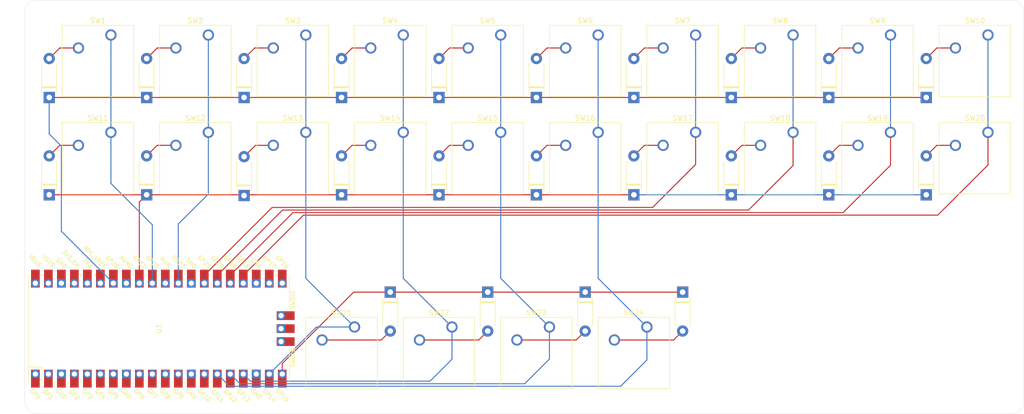
<source format=kicad_pcb>
(kicad_pcb (version 20221018) (generator pcbnew)
  (layers (0 "F.Cu" signal) (31 "B.Cu" signal) (34 "B.Paste" user) (35 "F.Paste" user) (36 "B.SilkS" user "B.Silkscreen") (37 "F.SilkS" user "F.Silkscreen") (38 "B.Mask" user) (39 "F.Mask" user) (44 "Edge.Cuts" user))
  (net 0 "")
  (net 1 "R1")
  (net 2 "Net-(D1-A)")
  (net 3 "Net-(D2-A)")
  (net 4 "Net-(D3-A)")
  (net 5 "Net-(D4-A)")
  (net 6 "Net-(D5-A)")
  (net 7 "Net-(D6-A)")
  (net 8 "Net-(D7-A)")
  (net 9 "Net-(D8-A)")
  (net 10 "Net-(D9-A)")
  (net 11 "Net-(D10-A)")
  (net 12 "R2")
  (net 13 "Net-(D11-A)")
  (net 14 "Net-(D12-A)")
  (net 15 "Net-(D13-A)")
  (net 16 "Net-(D14-A)")
  (net 17 "Net-(D15-A)")
  (net 18 "Net-(D16-A)")
  (net 19 "Net-(D17-A)")
  (net 20 "Net-(D18-A)")
  (net 21 "Net-(D19-A)")
  (net 22 "Net-(D20-A)")
  (net 23 "R3")
  (net 24 "Net-(D21-A)")
  (net 25 "Net-(D22-A)")
  (net 26 "Net-(D23-A)")
  (net 27 "Net-(D24-A)")
  (net 28 "C1")
  (net 29 "C2")
  (net 30 "C3")
  (net 31 "C4")
  (net 32 "C5")
  (net 33 "C6")
  (net 34 "C7")
  (net 35 "C8")
  (net 36 "C9")
  (net 37 "C10")
  (footprint "Button_Switch_Keyboard:SW_Cherry_MX_1.00u_PCB" (layer "F.Cu") (at 202.565 23.495)
    (fp_text reference "SW10")
    (fp_text value "MX_Switch")
  )
  (footprint "Button_Switch_Keyboard:SW_Cherry_MX_1.00u_PCB" (layer "F.Cu") (at 31.115 42.545)
    (fp_text reference "SW11")
    (fp_text value "MX_Switch")
  )
  (footprint "Button_Switch_Keyboard:SW_Cherry_MX_1.00u_PCB" (layer "F.Cu") (at 50.165 23.495)
    (fp_text reference "SW2")
    (fp_text value "MX_Switch")
  )
  (footprint "Button_Switch_Keyboard:SW_Cherry_MX_1.00u_PCB" (layer "F.Cu") (at 164.465 42.545)
    (fp_text reference "SW18")
    (fp_text value "MX_Switch")
  )
  (footprint "Button_Switch_Keyboard:SW_Cherry_MX_1.00u_PCB" (layer "F.Cu") (at 69.215 23.495)
    (fp_text reference "SW3")
    (fp_text value "MX_Switch")
  )
  (footprint "MCU_RaspberryPi_and_Boards:RPi_Pico_SMD_TH" (layer "F.Cu") (at 40.48125 80.9625 90)
    (fp_text reference "U1")
    (fp_text value "Pico")
  )
  (footprint "Button_Switch_Keyboard:SW_Cherry_MX_1.00u_PCB" (layer "F.Cu") (at 88.265 23.495)
    (fp_text reference "SW4")
    (fp_text value "MX_Switch")
  )
  (footprint "Diode_THT:D_DO-41_SOD81_P7.62mm_Horizontal" (layer "F.Cu") (at 57.15 54.9275 90)
    (fp_text reference "D13" hide)
    (fp_text value "Diode")
  )
  (footprint "Diode_THT:D_DO-41_SOD81_P7.62mm_Horizontal" (layer "F.Cu") (at 38.1 35.71875 90)
    (fp_text reference "D2" hide)
    (fp_text value "Diode")
  )
  (footprint "Diode_THT:D_DO-41_SOD81_P7.62mm_Horizontal" (layer "F.Cu") (at 152.4 35.71875 90)
    (fp_text reference "D8" hide)
    (fp_text value "Diode")
  )
  (footprint "Button_Switch_Keyboard:SW_Cherry_MX_1.00u_PCB" (layer "F.Cu") (at 202.565 42.545)
    (fp_text reference "SW20")
    (fp_text value "MX_Switch")
  )
  (footprint "Button_Switch_Keyboard:SW_Cherry_MX_1.00u_PCB" (layer "F.Cu") (at 183.515 42.545)
    (fp_text reference "SW19")
    (fp_text value "MX_Switch")
  )
  (footprint "Diode_THT:D_DO-41_SOD81_P7.62mm_Horizontal" (layer "F.Cu") (at 190.5 35.71875 90)
    (fp_text reference "D10" hide)
    (fp_text value "Diode")
  )
  (footprint "Diode_THT:D_DO-41_SOD81_P7.62mm_Horizontal" (layer "F.Cu") (at 85.725 73.81875 -90)
    (fp_text reference "D21" hide)
    (fp_text value "Diode")
  )
  (footprint "Diode_THT:D_DO-41_SOD81_P7.62mm_Horizontal" (layer "F.Cu") (at 19.05 54.76875 90)
    (fp_text reference "D11" hide)
    (fp_text value "Diode")
  )
  (footprint "Diode_THT:D_DO-41_SOD81_P7.62mm_Horizontal" (layer "F.Cu") (at 57.15 35.71875 90)
    (fp_text reference "D3" hide)
    (fp_text value "Diode")
  )
  (footprint "Diode_THT:D_DO-41_SOD81_P7.62mm_Horizontal" (layer "F.Cu") (at 19.05 35.71875 90)
    (fp_text reference "D1" hide)
    (fp_text value "Diode")
  )
  (footprint "Button_Switch_Keyboard:SW_Cherry_MX_1.00u_PCB" (layer "F.Cu") (at 164.465 23.495)
    (fp_text reference "SW8")
    (fp_text value "MX_Switch")
  )
  (footprint "Diode_THT:D_DO-41_SOD81_P7.62mm_Horizontal" (layer "F.Cu") (at 95.25 54.76875 90)
    (fp_text reference "D15" hide)
    (fp_text value "Diode")
  )
  (footprint "Button_Switch_Keyboard:SW_Cherry_MX_1.00u_PCB" (layer "F.Cu") (at 126.365 23.495)
    (fp_text reference "SW6")
    (fp_text value "MX_Switch")
  )
  (footprint "Diode_THT:D_DO-41_SOD81_P7.62mm_Horizontal" (layer "F.Cu") (at 76.2 35.71875 90)
    (fp_text reference "D4" hide)
    (fp_text value "Diode")
  )
  (footprint "Button_Switch_Keyboard:SW_Cherry_MX_1.00u_PCB" (layer "F.Cu") (at 145.415 23.495)
    (fp_text reference "SW7")
    (fp_text value "MX_Switch")
  )
  (footprint "Button_Switch_Keyboard:SW_Cherry_MX_1.00u_PCB" (layer "F.Cu") (at 126.365 42.545)
    (fp_text reference "SW16")
    (fp_text value "MX_Switch")
  )
  (footprint "Button_Switch_Keyboard:SW_Cherry_MX_1.00u_PCB" (layer "F.Cu") (at 107.315 23.495)
    (fp_text reference "SW5")
    (fp_text value "MX_Switch")
  )
  (footprint "Button_Switch_Keyboard:SW_Cherry_MX_1.00u_PCB" (layer "F.Cu") (at 78.74 80.645)
    (fp_text reference "SW21")
    (fp_text value "MX_Switch")
  )
  (footprint "Button_Switch_Keyboard:SW_Cherry_MX_1.00u_PCB" (layer "F.Cu") (at 116.84 80.645)
    (fp_text reference "SW23")
    (fp_text value "MX_Switch")
  )
  (footprint "Button_Switch_Keyboard:SW_Cherry_MX_1.00u_PCB" (layer "F.Cu") (at 88.265 42.545)
    (fp_text reference "SW14")
    (fp_text value "MX_Switch")
  )
  (footprint "Button_Switch_Keyboard:SW_Cherry_MX_1.00u_PCB" (layer "F.Cu") (at 145.415 42.545)
    (fp_text reference "SW17")
    (fp_text value "MX_Switch")
  )
  (footprint "Button_Switch_Keyboard:SW_Cherry_MX_1.00u_PCB" (layer "F.Cu") (at 31.115 23.495)
    (fp_text reference "SW1")
    (fp_text value "MX_Switch")
  )
  (footprint "Button_Switch_Keyboard:SW_Cherry_MX_1.00u_PCB" (layer "F.Cu") (at 183.515 23.495)
    (fp_text reference "SW9")
    (fp_text value "MX_Switch")
  )
  (footprint "Diode_THT:D_DO-41_SOD81_P7.62mm_Horizontal" (layer "F.Cu") (at 76.2 54.76875 90)
    (fp_text reference "D14" hide)
    (fp_text value "Diode")
  )
  (footprint "Diode_THT:D_DO-41_SOD81_P7.62mm_Horizontal" (layer "F.Cu") (at 95.25 35.71875 90)
    (fp_text reference "D5" hide)
    (fp_text value "Diode")
  )
  (footprint "Diode_THT:D_DO-41_SOD81_P7.62mm_Horizontal" (layer "F.Cu") (at 123.825 73.81875 -90)
    (fp_text reference "D23" hide)
    (fp_text value "Diode")
  )
  (footprint "Button_Switch_Keyboard:SW_Cherry_MX_1.00u_PCB" (layer "F.Cu") (at 107.315 42.545)
    (fp_text reference "SW15")
    (fp_text value "MX_Switch")
  )
  (footprint "Diode_THT:D_DO-41_SOD81_P7.62mm_Horizontal" (layer "F.Cu") (at 133.35 35.71875 90)
    (fp_text reference "D7" hide)
    (fp_text value "Diode")
  )
  (footprint "Diode_THT:D_DO-41_SOD81_P7.62mm_Horizontal" (layer "F.Cu") (at 38.1 54.76875 90)
    (fp_text reference "D12" hide)
    (fp_text value "Diode")
  )
  (footprint "Diode_THT:D_DO-41_SOD81_P7.62mm_Horizontal" (layer "F.Cu") (at 152.4 54.76875 90)
    (fp_text reference "D18" hide)
    (fp_text value "Diode")
  )
  (footprint "Diode_THT:D_DO-41_SOD81_P7.62mm_Horizontal" (layer "F.Cu") (at 133.35 54.76875 90)
    (fp_text reference "D17" hide)
    (fp_text value "Diode")
  )
  (footprint "Diode_THT:D_DO-41_SOD81_P7.62mm_Horizontal" (layer "F.Cu") (at 171.45 54.76875 90)
    (fp_text reference "D19" hide)
    (fp_text value "Diode")
  )
  (footprint "Diode_THT:D_DO-41_SOD81_P7.62mm_Horizontal" (layer "F.Cu") (at 142.875 73.81875 -90)
    (fp_text reference "D24" hide)
    (fp_text value "Diode")
  )
  (footprint "Button_Switch_Keyboard:SW_Cherry_MX_1.00u_PCB" (layer "F.Cu") (at 135.89 80.645)
    (fp_text reference "SW24")
    (fp_text value "MX_Switch")
  )
  (footprint "Diode_THT:D_DO-41_SOD81_P7.62mm_Horizontal" (layer "F.Cu") (at 114.3 54.76875 90)
    (fp_text reference "D16" hide)
    (fp_text value "Diode")
  )
  (footprint "Button_Switch_Keyboard:SW_Cherry_MX_1.00u_PCB" (layer "F.Cu") (at 69.215 42.545)
    (fp_text reference "SW13")
    (fp_text value "MX_Switch")
  )
  (footprint "Diode_THT:D_DO-41_SOD81_P7.62mm_Horizontal" (layer "F.Cu") (at 114.3 35.71875 90)
    (fp_text reference "D6" hide)
    (fp_text value "Diode")
  )
  (footprint "Button_Switch_Keyboard:SW_Cherry_MX_1.00u_PCB" (layer "F.Cu") (at 50.165 42.545)
    (fp_text reference "SW12")
    (fp_text value "MX_Switch")
  )
  (footprint "Diode_THT:D_DO-41_SOD81_P7.62mm_Horizontal" (layer "F.Cu") (at 104.775 73.81875 -90)
    (fp_text reference "D22" hide)
    (fp_text value "Diode")
  )
  (footprint "Diode_THT:D_DO-41_SOD81_P7.62mm_Horizontal" (layer "F.Cu") (at 171.45 35.71875 90)
    (fp_text reference "D9" hide)
    (fp_text value "Diode")
  )
  (footprint "Diode_THT:D_DO-41_SOD81_P7.62mm_Horizontal" (layer "F.Cu") (at 190.5 54.76875 90)
    (fp_text reference "D20" hide)
    (fp_text value "Diode")
  )
  (footprint "Button_Switch_Keyboard:SW_Cherry_MX_1.00u_PCB" (layer "F.Cu") (at 97.79 80.645)
    (fp_text reference "SW22")
    (fp_text value "MX_Switch")
  )
  (gr_arc (start 14.2875 19.05) (mid 14.984952 17.366202) (end 16.66875 16.66875) (stroke (width 0.05)) (layer "Edge.Cuts"))
  (gr_line (start 209.55 19.05) (end 209.55 95.25) (stroke (width 0.05)) (layer "Edge.Cuts"))
  (gr_arc (start 209.55 95.25) (mid 208.852551 96.933816) (end 207.16875 97.63125) (stroke (width 0.05)) (layer "Edge.Cuts"))
  (gr_line (start 16.66875 16.66875) (end 207.16875 16.66875) (stroke (width 0.05)) (layer "Edge.Cuts"))
  (gr_line (start 14.2875 95.25) (end 14.2875 19.05) (stroke (width 0.05)) (layer "Edge.Cuts"))
  (gr_line (start 207.16875 97.63125) (end 16.66875 97.63125) (stroke (width 0.05)) (layer "Edge.Cuts"))
  (gr_arc (start 207.16875 16.66875) (mid 208.852516 17.36622) (end 209.55 19.05) (stroke (width 0.05)) (layer "Edge.Cuts"))
  (gr_arc (start 16.66875 97.63125) (mid 14.984952 96.933798) (end 14.2875 95.25) (stroke (width 0.05)) (layer "Edge.Cuts"))
  (segment (start 190.5 35.71875) (end 19.05 35.71875) (width 0.2) (layer "F.Cu") (net 1))
  (segment (start 19.05 35.71875) (end 19.05 42.8625) (width 0.2) (layer "B.Cu") (net 1))
  (segment (start 19.05 42.8625) (end 21.43125 45.24375) (width 0.2) (layer "B.Cu") (net 1))
  (segment (start 21.43125 45.24375) (end 21.43125 61.9125) (width 0.2) (layer "B.Cu") (net 1))
  (segment (start 21.43125 61.9125) (end 31.59125 72.0725) (width 0.2) (layer "B.Cu") (net 1))
  (segment (start 19.05 28.09875) (end 21.11375 26.035) (width 0.2) (layer "F.Cu") (net 2))
  (segment (start 21.11375 26.035) (end 24.765 26.035) (width 0.2) (layer "F.Cu") (net 2))
  (segment (start 40.16375 26.035) (end 43.815 26.035) (width 0.2) (layer "F.Cu") (net 3))
  (segment (start 38.1 28.09875) (end 40.16375 26.035) (width 0.2) (layer "F.Cu") (net 3))
  (segment (start 57.15 28.09875) (end 59.21375 26.035) (width 0.2) (layer "F.Cu") (net 4))
  (segment (start 59.21375 26.035) (end 62.865 26.035) (width 0.2) (layer "F.Cu") (net 4))
  (segment (start 78.26375 26.035) (end 76.2 28.09875) (width 0.2) (layer "F.Cu") (net 5))
  (segment (start 81.915 26.035) (end 78.26375 26.035) (width 0.2) (layer "F.Cu") (net 5))
  (segment (start 95.25 28.09875) (end 97.31375 26.035) (width 0.2) (layer "F.Cu") (net 6))
  (segment (start 97.31375 26.035) (end 100.965 26.035) (width 0.2) (layer "F.Cu") (net 6))
  (segment (start 116.36375 26.035) (end 120.015 26.035) (width 0.2) (layer "F.Cu") (net 7))
  (segment (start 114.3 28.09875) (end 116.36375 26.035) (width 0.2) (layer "F.Cu") (net 7))
  (segment (start 133.35 28.09875) (end 135.41375 26.035) (width 0.2) (layer "F.Cu") (net 8))
  (segment (start 135.41375 26.035) (end 139.065 26.035) (width 0.2) (layer "F.Cu") (net 8))
  (segment (start 152.4 28.09875) (end 154.46375 26.035) (width 0.2) (layer "F.Cu") (net 9))
  (segment (start 154.46375 26.035) (end 158.115 26.035) (width 0.2) (layer "F.Cu") (net 9))
  (segment (start 171.45 28.09875) (end 173.51375 26.035) (width 0.2) (layer "F.Cu") (net 10))
  (segment (start 173.51375 26.035) (end 177.165 26.035) (width 0.2) (layer "F.Cu") (net 10))
  (segment (start 190.5 28.09875) (end 192.56375 26.035) (width 0.2) (layer "F.Cu") (net 11))
  (segment (start 192.56375 26.035) (end 196.215 26.035) (width 0.2) (layer "F.Cu") (net 11))
  (segment (start 36.67125 56.1975) (end 38.1 54.76875) (width 0.2) (layer "F.Cu") (net 12))
  (segment (start 19.05 54.76875) (end 133.35 54.76875) (width 0.2) (layer "F.Cu") (net 12))
  (segment (start 36.67125 72.0725) (end 36.67125 56.1975) (width 0.2) (layer "F.Cu") (net 12))
  (segment (start 133.35 54.76875) (end 190.5 54.76875) (width 0.2) (layer "B.Cu") (net 12))
  (segment (start 19.05 47.14875) (end 21.11375 45.085) (width 0.2) (layer "F.Cu") (net 13))
  (segment (start 21.11375 45.085) (end 24.765 45.085) (width 0.2) (layer "F.Cu") (net 13))
  (segment (start 38.1 47.14875) (end 40.16375 45.085) (width 0.2) (layer "F.Cu") (net 14))
  (segment (start 40.16375 45.085) (end 43.815 45.085) (width 0.2) (layer "F.Cu") (net 14))
  (segment (start 57.15 47.3075) (end 59.3725 45.085) (width 0.2) (layer "F.Cu") (net 15))
  (segment (start 59.3725 45.085) (end 62.865 45.085) (width 0.2) (layer "F.Cu") (net 15))
  (segment (start 78.26375 45.085) (end 81.915 45.085) (width 0.2) (layer "F.Cu") (net 16))
  (segment (start 76.2 47.14875) (end 78.26375 45.085) (width 0.2) (layer "F.Cu") (net 16))
  (segment (start 97.31375 45.085) (end 100.965 45.085) (width 0.2) (layer "F.Cu") (net 17))
  (segment (start 95.25 47.14875) (end 97.31375 45.085) (width 0.2) (layer "F.Cu") (net 17))
  (segment (start 114.3 47.14875) (end 116.36375 45.085) (width 0.2) (layer "F.Cu") (net 18))
  (segment (start 116.36375 45.085) (end 120.015 45.085) (width 0.2) (layer "F.Cu") (net 18))
  (segment (start 135.41375 45.085) (end 139.065 45.085) (width 0.2) (layer "F.Cu") (net 19))
  (segment (start 133.35 47.14875) (end 135.41375 45.085) (width 0.2) (layer "F.Cu") (net 19))
  (segment (start 152.4 47.14875) (end 154.46375 45.085) (width 0.2) (layer "F.Cu") (net 20))
  (segment (start 154.46375 45.085) (end 158.115 45.085) (width 0.2) (layer "F.Cu") (net 20))
  (segment (start 171.45 47.14875) (end 173.51375 45.085) (width 0.2) (layer "F.Cu") (net 21))
  (segment (start 173.51375 45.085) (end 177.165 45.085) (width 0.2) (layer "F.Cu") (net 21))
  (segment (start 192.56375 45.085) (end 196.215 45.085) (width 0.2) (layer "F.Cu") (net 22))
  (segment (start 190.5 47.14875) (end 192.56375 45.085) (width 0.2) (layer "F.Cu") (net 22))
  (segment (start 78.58125 73.81875) (end 64.61125 87.78875) (width 0.2) (layer "F.Cu") (net 23))
  (segment (start 64.61125 87.78875) (end 64.61125 89.8525) (width 0.2) (layer "F.Cu") (net 23))
  (segment (start 85.725 73.81875) (end 78.58125 73.81875) (width 0.2) (layer "F.Cu") (net 23))
  (segment (start 142.875 73.81875) (end 85.725 73.81875) (width 0.2) (layer "F.Cu") (net 23))
  (segment (start 83.97875 83.185) (end 85.725 81.43875) (width 0.2) (layer "F.Cu") (net 24))
  (segment (start 72.39 83.185) (end 83.97875 83.185) (width 0.2) (layer "F.Cu") (net 24))
  (segment (start 103.02875 83.185) (end 104.775 81.43875) (width 0.2) (layer "F.Cu") (net 25))
  (segment (start 91.44 83.185) (end 103.02875 83.185) (width 0.2) (layer "F.Cu") (net 25))
  (segment (start 110.49 83.185) (end 122.07875 83.185) (width 0.2) (layer "F.Cu") (net 26))
  (segment (start 122.07875 83.185) (end 123.825 81.43875) (width 0.2) (layer "F.Cu") (net 26))
  (segment (start 129.54 83.185) (end 141.12875 83.185) (width 0.2) (layer "F.Cu") (net 27))
  (segment (start 141.12875 83.185) (end 142.875 81.43875) (width 0.2) (layer "F.Cu") (net 27))
  (segment (start 39.21125 72.0725) (end 39.21125 60.6425) (width 0.2) (layer "B.Cu") (net 28))
  (segment (start 39.21125 60.6425) (end 31.115 52.54625) (width 0.2) (layer "B.Cu") (net 28))
  (segment (start 31.115 52.54625) (end 31.115 42.545) (width 0.2) (layer "B.Cu") (net 28))
  (segment (start 31.115 23.495) (end 31.115 42.545) (width 0.2) (layer "B.Cu") (net 28))
  (segment (start 50.165 23.495) (end 50.165 42.545) (width 0.2) (layer "B.Cu") (net 29))
  (segment (start 50.165 42.545) (end 50.165 54.61) (width 0.2) (layer "B.Cu") (net 29))
  (segment (start 44.29125 60.48375) (end 45.24375 59.53125) (width 0.2) (layer "B.Cu") (net 29))
  (segment (start 50.165 54.61) (end 45.24375 59.53125) (width 0.2) (layer "B.Cu") (net 29))
  (segment (start 44.29125 72.0725) (end 44.29125 60.48375) (width 0.2) (layer "B.Cu") (net 29))
  (segment (start 71.27875 80.645) (end 62.07125 89.8525) (width 0.2) (layer "B.Cu") (net 30))
  (segment (start 69.215 23.495) (end 69.215 42.545) (width 0.2) (layer "B.Cu") (net 30))
  (segment (start 69.215 71.12) (end 78.74 80.645) (width 0.2) (layer "B.Cu") (net 30))
  (segment (start 69.215 42.545) (end 69.215 71.12) (width 0.2) (layer "B.Cu") (net 30))
  (segment (start 78.74 80.645) (end 71.27875 80.645) (width 0.2) (layer "B.Cu") (net 30))
  (segment (start 93.5 91.25) (end 58.38875 91.25) (width 0.2) (layer "B.Cu") (net 31))
  (segment (start 88.265 23.495) (end 88.265 42.545) (width 0.2) (layer "B.Cu") (net 31))
  (segment (start 97.79 86.96) (end 93.5 91.25) (width 0.2) (layer "B.Cu") (net 31))
  (segment (start 88.265 71.12) (end 97.79 80.645) (width 0.2) (layer "B.Cu") (net 31))
  (segment (start 88.265 42.545) (end 88.265 71.12) (width 0.2) (layer "B.Cu") (net 31))
  (segment (start 58.38875 91.25) (end 56.99125 89.8525) (width 0.2) (layer "B.Cu") (net 31))
  (segment (start 97.79 80.645) (end 97.79 86.96) (width 0.2) (layer "B.Cu") (net 31))
  (segment (start 107.315 42.545) (end 107.315 71.12) (width 0.2) (layer "B.Cu") (net 32))
  (segment (start 107.315 71.12) (end 116.84 80.645) (width 0.2) (layer "B.Cu") (net 32))
  (segment (start 112 91.75) (end 56.34875 91.75) (width 0.2) (layer "B.Cu") (net 32))
  (segment (start 116.84 86.91) (end 112 91.75) (width 0.2) (layer "B.Cu") (net 32))
  (segment (start 56.34875 91.75) (end 54.45125 89.8525) (width 0.2) (layer "B.Cu") (net 32))
  (segment (start 116.84 80.645) (end 116.84 86.91) (width 0.2) (layer "B.Cu") (net 32))
  (segment (start 107.315 23.495) (end 107.315 42.545) (width 0.2) (layer "B.Cu") (net 32))
  (segment (start 126.365 42.545) (end 126.365 71.12) (width 0.2) (layer "B.Cu") (net 33))
  (segment (start 135.89 87.11) (end 130.75 92.25) (width 0.2) (layer "B.Cu") (net 33))
  (segment (start 135.89 80.645) (end 135.89 87.11) (width 0.2) (layer "B.Cu") (net 33))
  (segment (start 126.365 23.495) (end 126.365 42.545) (width 0.2) (layer "B.Cu") (net 33))
  (segment (start 130.75 92.25) (end 54.30875 92.25) (width 0.2) (layer "B.Cu") (net 33))
  (segment (start 126.365 71.12) (end 135.89 80.645) (width 0.2) (layer "B.Cu") (net 33))
  (segment (start 54.30875 92.25) (end 51.91125 89.8525) (width 0.2) (layer "B.Cu") (net 33))
  (segment (start 49.37125 70.5125) (end 62.63375 57.25) (width 0.2) (layer "F.Cu") (net 34))
  (segment (start 62.63375 57.25) (end 137 57.25) (width 0.2) (layer "F.Cu") (net 34))
  (segment (start 145.415 48.835) (end 145.415 42.545) (width 0.2) (layer "F.Cu") (net 34))
  (segment (start 49.37125 72.0725) (end 49.37125 70.5125) (width 0.2) (layer "F.Cu") (net 34))
  (segment (start 137 57.25) (end 145.415 48.835) (width 0.2) (layer "F.Cu") (net 34))
  (segment (start 145.415 23.495) (end 145.415 42.545) (width 0.2) (layer "B.Cu") (net 34))
  (segment (start 164.465 42.545) (end 164.465 49.035) (width 0.2) (layer "F.Cu") (net 35))
  (segment (start 155.75 57.75) (end 64.67375 57.75) (width 0.2) (layer "F.Cu") (net 35))
  (segment (start 64.67375 57.75) (end 51.91125 70.5125) (width 0.2) (layer "F.Cu") (net 35))
  (segment (start 164.465 49.035) (end 155.75 57.75) (width 0.2) (layer "F.Cu") (net 35))
  (segment (start 51.91125 70.5125) (end 51.91125 72.0725) (width 0.2) (layer "F.Cu") (net 35))
  (segment (start 164.465 23.495) (end 164.465 42.545) (width 0.2) (layer "B.Cu") (net 35))
  (segment (start 66.71375 58.25) (end 174.25 58.25) (width 0.2) (layer "F.Cu") (net 36))
  (segment (start 174.25 58.25) (end 183.515 48.985) (width 0.2) (layer "F.Cu") (net 36))
  (segment (start 54.45125 70.5125) (end 66.71375 58.25) (width 0.2) (layer "F.Cu") (net 36))
  (segment (start 54.45125 72.0725) (end 54.45125 70.5125) (width 0.2) (layer "F.Cu") (net 36))
  (segment (start 183.515 48.985) (end 183.515 42.545) (width 0.2) (layer "F.Cu") (net 36))
  (segment (start 183.515 23.495) (end 183.515 42.545) (width 0.2) (layer "B.Cu") (net 36))
  (segment (start 68.75375 58.75) (end 56.99125 70.5125) (width 0.2) (layer "F.Cu") (net 37))
  (segment (start 56.99125 70.5125) (end 56.99125 72.0725) (width 0.2) (layer "F.Cu") (net 37))
  (segment (start 202.565 42.545) (end 202.565 48.935) (width 0.2) (layer "F.Cu") (net 37))
  (segment (start 192.75 58.75) (end 68.75375 58.75) (width 0.2) (layer "F.Cu") (net 37))
  (segment (start 202.565 48.935) (end 192.75 58.75) (width 0.2) (layer "F.Cu") (net 37))
  (segment (start 202.565 23.495) (end 202.565 42.545) (width 0.2) (layer "B.Cu") (net 37))
)
</source>
